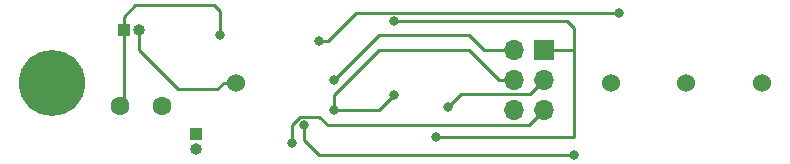
<source format=gbr>
G04 #@! TF.GenerationSoftware,KiCad,Pcbnew,(5.0.2)-1*
G04 #@! TF.CreationDate,2019-09-14T00:07:00-04:00*
G04 #@! TF.ProjectId,TARC Altimeter,54415243-2041-46c7-9469-6d657465722e,0.1*
G04 #@! TF.SameCoordinates,Original*
G04 #@! TF.FileFunction,Copper,L1,Top*
G04 #@! TF.FilePolarity,Positive*
%FSLAX46Y46*%
G04 Gerber Fmt 4.6, Leading zero omitted, Abs format (unit mm)*
G04 Created by KiCad (PCBNEW (5.0.2)-1) date 9/14/2019 12:07:01 AM*
%MOMM*%
%LPD*%
G01*
G04 APERTURE LIST*
G04 #@! TA.AperFunction,ComponentPad*
%ADD10O,1.000000X1.000000*%
G04 #@! TD*
G04 #@! TA.AperFunction,ComponentPad*
%ADD11R,1.000000X1.000000*%
G04 #@! TD*
G04 #@! TA.AperFunction,ComponentPad*
%ADD12C,1.524000*%
G04 #@! TD*
G04 #@! TA.AperFunction,ComponentPad*
%ADD13C,1.600000*%
G04 #@! TD*
G04 #@! TA.AperFunction,ComponentPad*
%ADD14R,1.700000X1.700000*%
G04 #@! TD*
G04 #@! TA.AperFunction,ComponentPad*
%ADD15O,1.700000X1.700000*%
G04 #@! TD*
G04 #@! TA.AperFunction,ComponentPad*
%ADD16C,5.600000*%
G04 #@! TD*
G04 #@! TA.AperFunction,ViaPad*
%ADD17C,0.800000*%
G04 #@! TD*
G04 #@! TA.AperFunction,Conductor*
%ADD18C,0.250000*%
G04 #@! TD*
G04 APERTURE END LIST*
D10*
G04 #@! TO.P,J3,2*
G04 #@! TO.N,Net-(J3-Pad2)*
X120396000Y-103632000D03*
D11*
G04 #@! TO.P,J3,1*
G04 #@! TO.N,Net-(J3-Pad1)*
X120396000Y-102362000D03*
G04 #@! TD*
D12*
G04 #@! TO.P,U1,2*
G04 #@! TO.N,GND*
X155575000Y-98000000D03*
G04 #@! TO.P,U1,1*
G04 #@! TO.N,Net-(J1-Pad2)*
X123825000Y-98000000D03*
G04 #@! TD*
D13*
G04 #@! TO.P,C4,2*
G04 #@! TO.N,GND*
X117500000Y-100000000D03*
G04 #@! TO.P,C4,1*
G04 #@! TO.N,+12V*
X114000000Y-100000000D03*
G04 #@! TD*
D12*
G04 #@! TO.P,SP1,1*
G04 #@! TO.N,Net-(D1-Pad1)*
X161850000Y-98000000D03*
G04 #@! TO.P,SP1,2*
G04 #@! TO.N,Net-(D1-Pad2)*
X168350000Y-98000000D03*
G04 #@! TD*
D14*
G04 #@! TO.P,J2,1*
G04 #@! TO.N,+3V3*
X149860000Y-95250000D03*
D15*
G04 #@! TO.P,J2,2*
G04 #@! TO.N,MOSI*
X147320000Y-95250000D03*
G04 #@! TO.P,J2,3*
G04 #@! TO.N,MISO*
X149860000Y-97790000D03*
G04 #@! TO.P,J2,4*
G04 #@! TO.N,SCLK*
X147320000Y-97790000D03*
G04 #@! TO.P,J2,5*
G04 #@! TO.N,RESET*
X149860000Y-100330000D03*
G04 #@! TO.P,J2,6*
G04 #@! TO.N,GND*
X147320000Y-100330000D03*
G04 #@! TD*
D16*
G04 #@! TO.P,H1,1*
G04 #@! TO.N,GND*
X108204000Y-98044000D03*
G04 #@! TD*
D11*
G04 #@! TO.P,J1,1*
G04 #@! TO.N,+12V*
X114300000Y-93500000D03*
D10*
G04 #@! TO.P,J1,2*
G04 #@! TO.N,Net-(J1-Pad2)*
X115570000Y-93500000D03*
G04 #@! TD*
D17*
G04 #@! TO.N,+3V3*
X137160000Y-92800000D03*
X140716000Y-102616000D03*
G04 #@! TO.N,+12V*
X130810000Y-94488000D03*
X122428000Y-93980000D03*
X156210000Y-92075000D03*
G04 #@! TO.N,MOSI*
X132080000Y-97790000D03*
G04 #@! TO.N,MISO*
X141732000Y-100076000D03*
G04 #@! TO.N,SCLK*
X132080000Y-100330000D03*
X137160000Y-99060000D03*
G04 #@! TO.N,VGS*
X129540000Y-101600000D03*
X152400000Y-104140000D03*
G04 #@! TO.N,RESET*
X128524000Y-103124000D03*
G04 #@! TD*
D18*
G04 #@! TO.N,+3V3*
X151855000Y-92800000D02*
X137160000Y-92800000D01*
X152400000Y-95250000D02*
X152400000Y-93345000D01*
X152400000Y-93345000D02*
X151855000Y-92800000D01*
X149860000Y-95250000D02*
X152400000Y-95250000D01*
X152400000Y-102616000D02*
X140716000Y-102616000D01*
X152400000Y-95250000D02*
X152400000Y-102616000D01*
G04 #@! TO.N,+12V*
X114300000Y-99700000D02*
X114000000Y-100000000D01*
X114300000Y-93500000D02*
X114300000Y-99700000D01*
X122428000Y-93980000D02*
X122428000Y-91948000D01*
X122428000Y-91948000D02*
X121920000Y-91440000D01*
X114300000Y-92400000D02*
X114300000Y-93500000D01*
X115260000Y-91440000D02*
X114300000Y-92400000D01*
X121920000Y-91440000D02*
X115260000Y-91440000D01*
X133985002Y-92075000D02*
X156210000Y-92075000D01*
X131572002Y-94488000D02*
X133985002Y-92075000D01*
X130810000Y-94488000D02*
X131572002Y-94488000D01*
G04 #@! TO.N,Net-(J1-Pad2)*
X122747370Y-98000000D02*
X123825000Y-98000000D01*
X122195370Y-98552000D02*
X122747370Y-98000000D01*
X118872000Y-98552000D02*
X122195370Y-98552000D01*
X115570000Y-93500000D02*
X115570000Y-95250000D01*
X115570000Y-95250000D02*
X118872000Y-98552000D01*
G04 #@! TO.N,MOSI*
X144780000Y-95250000D02*
X147320000Y-95250000D01*
X143510000Y-93980000D02*
X144780000Y-95250000D01*
X132080000Y-97790000D02*
X135890000Y-93980000D01*
X135890000Y-93980000D02*
X143510000Y-93980000D01*
G04 #@! TO.N,MISO*
X149010001Y-98639999D02*
X149860000Y-97790000D01*
X148684999Y-98965001D02*
X149010001Y-98639999D01*
X142842999Y-98965001D02*
X148684999Y-98965001D01*
X141732000Y-100076000D02*
X142842999Y-98965001D01*
G04 #@! TO.N,SCLK*
X132080000Y-100330000D02*
X135890000Y-100330000D01*
X135890000Y-100330000D02*
X137160000Y-99060000D01*
X146050000Y-97790000D02*
X147320000Y-97790000D01*
X143510000Y-95250000D02*
X146050000Y-97790000D01*
X135890000Y-95250000D02*
X143510000Y-95250000D01*
X132080000Y-100330000D02*
X132080000Y-99060000D01*
X132080000Y-99060000D02*
X135890000Y-95250000D01*
G04 #@! TO.N,VGS*
X129540000Y-101600000D02*
X129540000Y-102870000D01*
X129540000Y-102870000D02*
X130810000Y-104140000D01*
X130810000Y-104140000D02*
X152400000Y-104140000D01*
G04 #@! TO.N,RESET*
X148590000Y-101600000D02*
X131572000Y-101600000D01*
X149860000Y-100330000D02*
X148590000Y-101600000D01*
X128524000Y-101542998D02*
X128524000Y-103124000D01*
X129191999Y-100874999D02*
X128524000Y-101542998D01*
X131572000Y-101600000D02*
X130846999Y-100874999D01*
X130846999Y-100874999D02*
X129191999Y-100874999D01*
G04 #@! TD*
M02*

</source>
